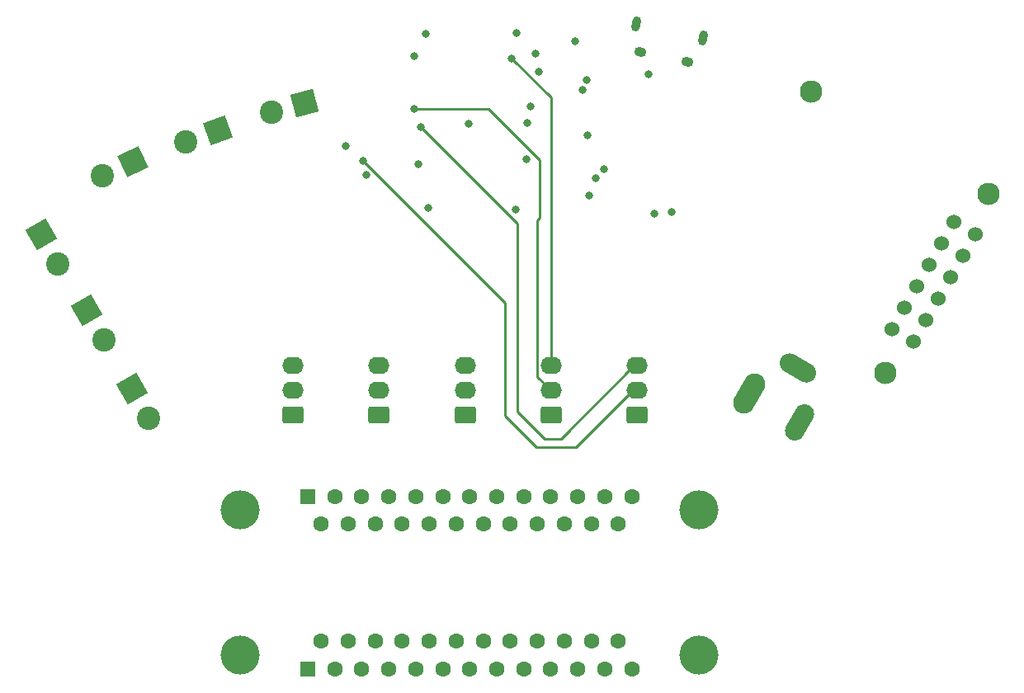
<source format=gbr>
%TF.GenerationSoftware,KiCad,Pcbnew,(6.0.0-0)*%
%TF.CreationDate,2022-12-05T14:38:02-05:00*%
%TF.ProjectId,Dome_Plate_Controller_V1,446f6d65-5f50-46c6-9174-655f436f6e74,rev?*%
%TF.SameCoordinates,Original*%
%TF.FileFunction,Copper,L3,Inr*%
%TF.FilePolarity,Positive*%
%FSLAX46Y46*%
G04 Gerber Fmt 4.6, Leading zero omitted, Abs format (unit mm)*
G04 Created by KiCad (PCBNEW (6.0.0-0)) date 2022-12-05 14:38:02*
%MOMM*%
%LPD*%
G01*
G04 APERTURE LIST*
G04 Aperture macros list*
%AMRoundRect*
0 Rectangle with rounded corners*
0 $1 Rounding radius*
0 $2 $3 $4 $5 $6 $7 $8 $9 X,Y pos of 4 corners*
0 Add a 4 corners polygon primitive as box body*
4,1,4,$2,$3,$4,$5,$6,$7,$8,$9,$2,$3,0*
0 Add four circle primitives for the rounded corners*
1,1,$1+$1,$2,$3*
1,1,$1+$1,$4,$5*
1,1,$1+$1,$6,$7*
1,1,$1+$1,$8,$9*
0 Add four rect primitives between the rounded corners*
20,1,$1+$1,$2,$3,$4,$5,0*
20,1,$1+$1,$4,$5,$6,$7,0*
20,1,$1+$1,$6,$7,$8,$9,0*
20,1,$1+$1,$8,$9,$2,$3,0*%
%AMHorizOval*
0 Thick line with rounded ends*
0 $1 width*
0 $2 $3 position (X,Y) of the first rounded end (center of the circle)*
0 $4 $5 position (X,Y) of the second rounded end (center of the circle)*
0 Add line between two ends*
20,1,$1,$2,$3,$4,$5,0*
0 Add two circle primitives to create the rounded ends*
1,1,$1,$2,$3*
1,1,$1,$4,$5*%
%AMRotRect*
0 Rectangle, with rotation*
0 The origin of the aperture is its center*
0 $1 length*
0 $2 width*
0 $3 Rotation angle, in degrees counterclockwise*
0 Add horizontal line*
21,1,$1,$2,0,0,$3*%
G04 Aperture macros list end*
%TA.AperFunction,ComponentPad*%
%ADD10HorizOval,2.200000X0.550000X0.952628X-0.550000X-0.952628X0*%
%TD*%
%TA.AperFunction,ComponentPad*%
%ADD11HorizOval,2.000000X0.500000X0.866025X-0.500000X-0.866025X0*%
%TD*%
%TA.AperFunction,ComponentPad*%
%ADD12HorizOval,2.000000X-0.866025X0.500000X0.866025X-0.500000X0*%
%TD*%
%TA.AperFunction,ComponentPad*%
%ADD13RotRect,2.400000X2.400000X300.000000*%
%TD*%
%TA.AperFunction,ComponentPad*%
%ADD14C,2.400000*%
%TD*%
%TA.AperFunction,ComponentPad*%
%ADD15RotRect,2.400000X2.400000X195.000000*%
%TD*%
%TA.AperFunction,ComponentPad*%
%ADD16C,1.524000*%
%TD*%
%TA.AperFunction,ComponentPad*%
%ADD17C,2.300000*%
%TD*%
%TA.AperFunction,ComponentPad*%
%ADD18RoundRect,0.250000X0.845000X-0.620000X0.845000X0.620000X-0.845000X0.620000X-0.845000X-0.620000X0*%
%TD*%
%TA.AperFunction,ComponentPad*%
%ADD19O,2.190000X1.740000*%
%TD*%
%TA.AperFunction,ComponentPad*%
%ADD20C,4.000000*%
%TD*%
%TA.AperFunction,ComponentPad*%
%ADD21R,1.600000X1.600000*%
%TD*%
%TA.AperFunction,ComponentPad*%
%ADD22C,1.600000*%
%TD*%
%TA.AperFunction,ComponentPad*%
%ADD23RotRect,2.400000X2.400000X200.000000*%
%TD*%
%TA.AperFunction,ComponentPad*%
%ADD24HorizOval,0.950000X-0.146722X0.031187X0.146722X-0.031187X0*%
%TD*%
%TA.AperFunction,ComponentPad*%
%ADD25HorizOval,0.890000X0.068611X0.322789X-0.068611X-0.322789X0*%
%TD*%
%TA.AperFunction,ComponentPad*%
%ADD26RotRect,2.400000X2.400000X205.000000*%
%TD*%
%TA.AperFunction,ViaPad*%
%ADD27C,0.800000*%
%TD*%
%TA.AperFunction,Conductor*%
%ADD28C,0.254000*%
%TD*%
G04 APERTURE END LIST*
D10*
%TO.N,+12V*%
%TO.C,J14*%
X128553848Y-122190000D03*
D11*
%TO.N,GND*%
X133750000Y-125190000D03*
D12*
X133501924Y-119619681D03*
%TD*%
D13*
%TO.N,GND*%
%TO.C,J5*%
X55870000Y-105900000D03*
D14*
%TO.N,+12V*%
X57620000Y-108931089D03*
%TD*%
D13*
%TO.N,GND*%
%TO.C,J6*%
X60600000Y-113710000D03*
D14*
%TO.N,+12V*%
X62350000Y-116741089D03*
%TD*%
D15*
%TO.N,GND*%
%TO.C,J9*%
X82880000Y-92430000D03*
D14*
%TO.N,+5V*%
X79499260Y-93335867D03*
%TD*%
D16*
%TO.N,+5V*%
%TO.C,U6*%
X145418670Y-116899261D03*
%TO.N,GND*%
X146688670Y-114699557D03*
X147958670Y-112499852D03*
%TO.N,+12V*%
X149228670Y-110300148D03*
%TO.N,unconnected-(U6-Pad5)*%
X150498670Y-108100443D03*
%TO.N,unconnected-(U6-Pad6)*%
X151768670Y-105900739D03*
%TO.N,unconnected-(U6-Pad7)*%
X149568966Y-104630739D03*
%TO.N,unconnected-(U6-Pad8)*%
X148298966Y-106830443D03*
%TO.N,+12V*%
X147028966Y-109030148D03*
%TO.N,GND*%
X145758966Y-111229852D03*
X144488966Y-113429557D03*
%TO.N,+5V*%
X143218966Y-115629261D03*
D17*
%TO.N,N/C*%
X142488267Y-120114869D03*
X153088267Y-101755131D03*
X134901733Y-91255131D03*
%TD*%
D18*
%TO.N,GND*%
%TO.C,J4*%
X81730000Y-124470000D03*
D19*
%TO.N,RX_US*%
X81730000Y-121930000D03*
%TO.N,TX_US*%
X81730000Y-119390000D03*
%TD*%
D20*
%TO.N,unconnected-(J13-Pad0)*%
%TO.C,J13*%
X76320000Y-149049338D03*
X123420000Y-149049338D03*
D21*
%TO.N,+12V*%
X83250000Y-150469338D03*
D22*
X86020000Y-150469338D03*
%TO.N,GND*%
X88790000Y-150469338D03*
X91560000Y-150469338D03*
%TO.N,VBUS_DC*%
X94330000Y-150469338D03*
%TO.N,D-_DC*%
X97100000Y-150469338D03*
%TO.N,unconnected-(J13-Pad7)*%
X99870000Y-150469338D03*
%TO.N,unconnected-(J13-Pad8)*%
X102640000Y-150469338D03*
%TO.N,unconnected-(J13-Pad9)*%
X105410000Y-150469338D03*
%TO.N,GND*%
X108180000Y-150469338D03*
X110950000Y-150469338D03*
%TO.N,+12V*%
X113720000Y-150469338D03*
X116490000Y-150469338D03*
X84635000Y-147629338D03*
X87405000Y-147629338D03*
%TO.N,GND*%
X90175000Y-147629338D03*
X92945000Y-147629338D03*
%TO.N,GND_DC*%
X95715000Y-147629338D03*
%TO.N,D+_DC*%
X98485000Y-147629338D03*
%TO.N,unconnected-(J13-Pad20)*%
X101255000Y-147629338D03*
%TO.N,unconnected-(J13-Pad21)*%
X104025000Y-147629338D03*
%TO.N,GND*%
X106795000Y-147629338D03*
X109565000Y-147629338D03*
%TO.N,+12V*%
X112335000Y-147629338D03*
X115105000Y-147629338D03*
%TD*%
D23*
%TO.N,GND*%
%TO.C,J7*%
X74020000Y-95220000D03*
D14*
%TO.N,+5V*%
X70731076Y-96417071D03*
%TD*%
D18*
%TO.N,GND*%
%TO.C,J12*%
X90565000Y-124470000D03*
D19*
%TO.N,RX_FU*%
X90565000Y-121930000D03*
%TO.N,TX_FU*%
X90565000Y-119390000D03*
%TD*%
D20*
%TO.N,unconnected-(J2-Pad0)*%
%TO.C,J2*%
X76320000Y-134199338D03*
X123420000Y-134199338D03*
D21*
%TO.N,+12V*%
X83250000Y-132779338D03*
D22*
X86020000Y-132779338D03*
%TO.N,GND*%
X88790000Y-132779338D03*
X91560000Y-132779338D03*
%TO.N,VBUS_DC*%
X94330000Y-132779338D03*
%TO.N,D-_DC*%
X97100000Y-132779338D03*
%TO.N,unconnected-(J2-Pad7)*%
X99870000Y-132779338D03*
%TO.N,GND*%
X102640000Y-132779338D03*
%TO.N,D+*%
X105410000Y-132779338D03*
%TO.N,GND*%
X108180000Y-132779338D03*
X110950000Y-132779338D03*
%TO.N,+12V*%
X113720000Y-132779338D03*
X116490000Y-132779338D03*
X84635000Y-135619338D03*
X87405000Y-135619338D03*
%TO.N,GND*%
X90175000Y-135619338D03*
X92945000Y-135619338D03*
%TO.N,GND_DC*%
X95715000Y-135619338D03*
%TO.N,D+_DC*%
X98485000Y-135619338D03*
%TO.N,VBUS*%
X101255000Y-135619338D03*
%TO.N,D-*%
X104025000Y-135619338D03*
%TO.N,GND*%
X106795000Y-135619338D03*
X109565000Y-135619338D03*
%TO.N,+12V*%
X112335000Y-135619338D03*
X115105000Y-135619338D03*
%TD*%
D18*
%TO.N,GND*%
%TO.C,J15*%
X99400000Y-124470000D03*
D19*
%TO.N,RX_FU2*%
X99400000Y-121930000D03*
%TO.N,TX_FU2*%
X99400000Y-119390000D03*
%TD*%
D13*
%TO.N,GND*%
%TO.C,J3*%
X65180000Y-121750000D03*
D14*
%TO.N,+12V*%
X66930000Y-124781089D03*
%TD*%
D24*
%TO.N,unconnected-(J1-Pad6)*%
%TO.C,J1*%
X117343555Y-87149627D03*
D25*
X116926769Y-84300717D03*
D24*
X122234293Y-88189186D03*
D25*
X123773802Y-85756099D03*
%TD*%
D26*
%TO.N,GND*%
%TO.C,J8*%
X65330000Y-98420000D03*
D14*
%TO.N,+5V*%
X62157923Y-99899164D03*
%TD*%
D18*
%TO.N,GND*%
%TO.C,J10*%
X117070000Y-124470000D03*
D19*
%TO.N,RX_FU4*%
X117070000Y-121930000D03*
%TO.N,TX_FU4*%
X117070000Y-119390000D03*
%TD*%
D18*
%TO.N,GND*%
%TO.C,J11*%
X108235000Y-124470000D03*
D19*
%TO.N,RX_FU3*%
X108235000Y-121930000D03*
%TO.N,TX_FU3*%
X108235000Y-119390000D03*
%TD*%
D27*
%TO.N,RX_FU*%
X105670000Y-98200000D03*
%TO.N,GND*%
X118250000Y-89490000D03*
X95340000Y-85290000D03*
X112110000Y-101880000D03*
X94630000Y-98660000D03*
X99800000Y-94520000D03*
X104700000Y-85260000D03*
%TO.N,+3.3V*%
X111870000Y-90050000D03*
X87185000Y-96815000D03*
X111970000Y-95700000D03*
%TO.N,D-*%
X120570000Y-103640000D03*
%TO.N,D+*%
X118845000Y-103755000D03*
%TO.N,+5V*%
X110720000Y-86060000D03*
%TO.N,RX_US*%
X89300000Y-99760000D03*
%TO.N,TX_US*%
X95580000Y-103170000D03*
%TO.N,TX_FU*%
X104590000Y-103380000D03*
%TO.N,RX_FU4*%
X88960000Y-98360000D03*
%TO.N,TX_FU4*%
X94860000Y-94840000D03*
%TO.N,RX_FU3*%
X94160000Y-93030000D03*
%TO.N,TXD0*%
X106630000Y-87380000D03*
X113660000Y-99190000D03*
%TO.N,RXD0*%
X106980000Y-89170000D03*
X112780000Y-100150000D03*
%TO.N,TX_FU3*%
X104190000Y-87830000D03*
%TO.N,RESET*%
X94150000Y-87630000D03*
X111420000Y-91080000D03*
%TO.N,RX_FU2*%
X106140000Y-92800000D03*
%TO.N,TX_FU2*%
X105780000Y-94480000D03*
%TD*%
D28*
%TO.N,RX_FU4*%
X103500000Y-124490000D02*
X103500000Y-112932557D01*
X116600000Y-121930000D02*
X110810000Y-127720000D01*
X110810000Y-127720000D02*
X106730000Y-127720000D01*
X103500000Y-112932557D02*
X88960000Y-98392557D01*
X106730000Y-127720000D02*
X103500000Y-124490000D01*
X117070000Y-121930000D02*
X116600000Y-121930000D01*
X88960000Y-98392557D02*
X88960000Y-98360000D01*
%TO.N,TX_FU4*%
X109230000Y-126860000D02*
X107590000Y-126860000D01*
X104790000Y-124060000D02*
X104790000Y-104770000D01*
X116700000Y-119390000D02*
X109230000Y-126860000D01*
X107590000Y-126860000D02*
X104790000Y-124060000D01*
X117070000Y-119390000D02*
X116700000Y-119390000D01*
X104790000Y-104770000D02*
X94860000Y-94840000D01*
%TO.N,RX_FU3*%
X107010000Y-98270000D02*
X101770000Y-93030000D01*
X106813480Y-120508480D02*
X106813480Y-104416520D01*
X106813480Y-104416520D02*
X107010000Y-104220000D01*
X107010000Y-104220000D02*
X107010000Y-98270000D01*
X108235000Y-121930000D02*
X106813480Y-120508480D01*
X101770000Y-93030000D02*
X94160000Y-93030000D01*
%TO.N,TX_FU3*%
X108235000Y-119390000D02*
X108235000Y-91875000D01*
X108235000Y-91875000D02*
X104190000Y-87830000D01*
%TD*%
M02*

</source>
